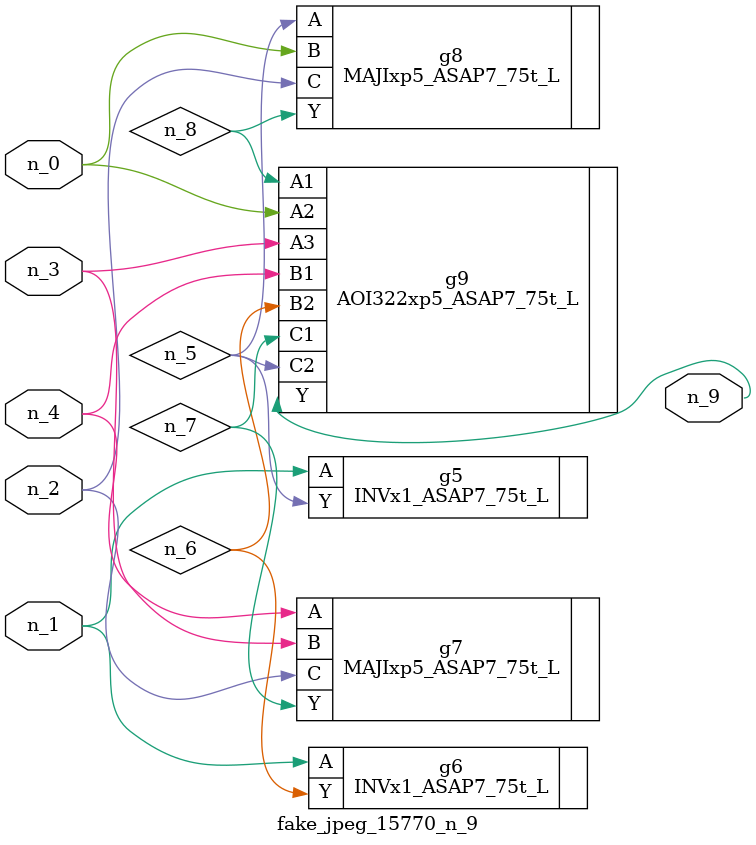
<source format=v>
module fake_jpeg_15770_n_9 (n_3, n_2, n_1, n_0, n_4, n_9);

input n_3;
input n_2;
input n_1;
input n_0;
input n_4;

output n_9;

wire n_8;
wire n_6;
wire n_5;
wire n_7;

INVx1_ASAP7_75t_L g5 ( 
.A(n_1),
.Y(n_5)
);

INVx1_ASAP7_75t_L g6 ( 
.A(n_1),
.Y(n_6)
);

MAJIxp5_ASAP7_75t_L g7 ( 
.A(n_4),
.B(n_3),
.C(n_2),
.Y(n_7)
);

MAJIxp5_ASAP7_75t_L g8 ( 
.A(n_5),
.B(n_0),
.C(n_2),
.Y(n_8)
);

AOI322xp5_ASAP7_75t_L g9 ( 
.A1(n_8),
.A2(n_0),
.A3(n_3),
.B1(n_4),
.B2(n_6),
.C1(n_7),
.C2(n_5),
.Y(n_9)
);


endmodule
</source>
